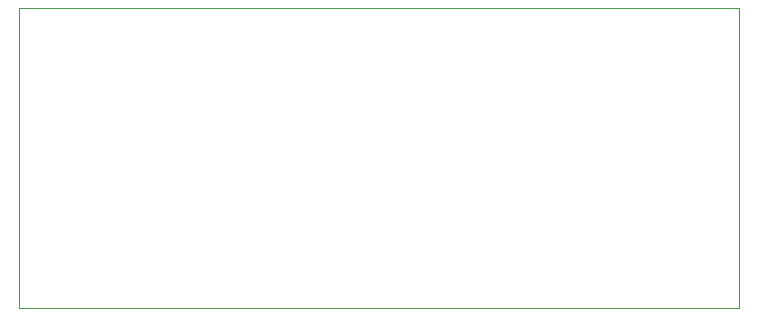
<source format=gbr>
G04 (created by PCBNEW (2013-07-07 BZR 4022)-stable) date 30.7.2014 11:24:54*
%MOIN*%
G04 Gerber Fmt 3.4, Leading zero omitted, Abs format*
%FSLAX34Y34*%
G01*
G70*
G90*
G04 APERTURE LIST*
%ADD10C,0.00590551*%
%ADD11C,0.00393701*%
G04 APERTURE END LIST*
G54D10*
G54D11*
X11500Y-20000D02*
X11500Y-10000D01*
X34500Y-10000D02*
X35500Y-10000D01*
X35500Y-10000D02*
X35500Y-20000D01*
X35500Y-20000D02*
X12500Y-20000D01*
X11500Y-10000D02*
G75*
G03X11500Y-10000I0J0D01*
G74*
G01*
X11499Y-10000D02*
X11500Y-10000D01*
X11500Y-9999D02*
X11500Y-10000D01*
X12000Y-20000D02*
X12500Y-20000D01*
X12000Y-20000D02*
X11500Y-20000D01*
X11500Y-10000D02*
X34500Y-10000D01*
M02*

</source>
